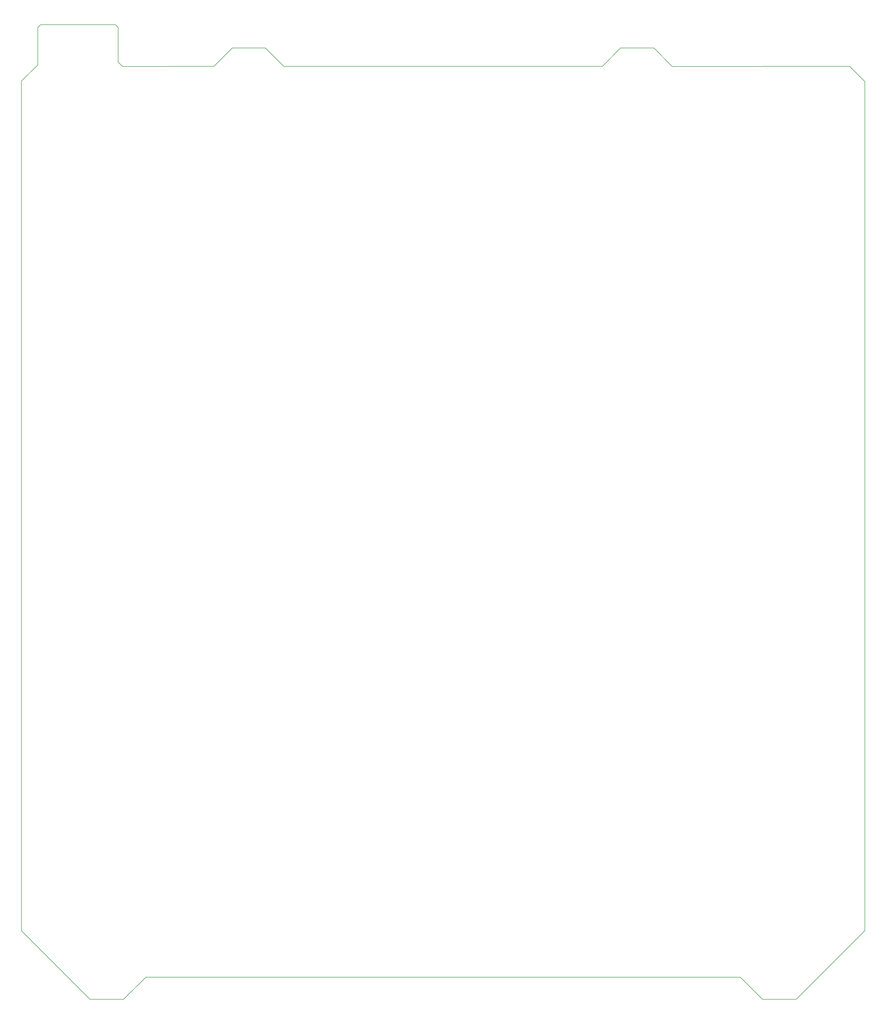
<source format=gbr>
%TF.GenerationSoftware,KiCad,Pcbnew,(6.0.9)*%
%TF.CreationDate,2023-01-03T08:50:54+01:00*%
%TF.ProjectId,Heatbed-MK52_v2,48656174-6265-4642-9d4d-4b35325f7632,rev?*%
%TF.SameCoordinates,Original*%
%TF.FileFunction,Profile,NP*%
%FSLAX46Y46*%
G04 Gerber Fmt 4.6, Leading zero omitted, Abs format (unit mm)*
G04 Created by KiCad (PCBNEW (6.0.9)) date 2023-01-03 08:50:54*
%MOMM*%
%LPD*%
G01*
G04 APERTURE LIST*
%TA.AperFunction,Profile*%
%ADD10C,0.200000*%
%TD*%
G04 APERTURE END LIST*
D10*
X41200000Y83775000D02*
X29050000Y83775000D01*
X49250000Y91775000D02*
X41200000Y83775000D01*
X39250000Y421275000D02*
X40850000Y419675000D01*
X220350000Y426325000D02*
X232350000Y426325000D01*
X92350000Y426325000D02*
X98900000Y419725000D01*
X263500000Y91775000D02*
X49250000Y91775000D01*
X4350000Y108475000D02*
X4350000Y414375000D01*
X10250000Y433675000D02*
X11300000Y434725000D01*
X40850000Y419675000D02*
X73750000Y419725000D01*
X11300000Y434725000D02*
X38250000Y434725000D01*
X10250000Y420275000D02*
X10250000Y433675000D01*
X73750000Y419725000D02*
X80400000Y426325000D01*
X38250000Y434725000D02*
X39250000Y433725000D01*
X232350000Y426325000D02*
X238950000Y419675000D01*
X80400000Y426325000D02*
X92350000Y426325000D01*
X213800000Y419725000D02*
X220350000Y426325000D01*
X283650000Y83775000D02*
X271500000Y83775000D01*
X98900000Y419725000D02*
X213800000Y419725000D01*
X308350000Y108475000D02*
X283650000Y83775000D01*
X271500000Y83775000D02*
X263500000Y91775000D01*
X302900000Y419725000D02*
X308350000Y414225000D01*
X4350000Y414375000D02*
X10250000Y420275000D01*
X29050000Y83775000D02*
X4350000Y108475000D01*
X308350000Y414225000D02*
X308350000Y108475000D01*
X238950000Y419675000D02*
X302900000Y419725000D01*
X39250000Y433725000D02*
X39250000Y421275000D01*
M02*

</source>
